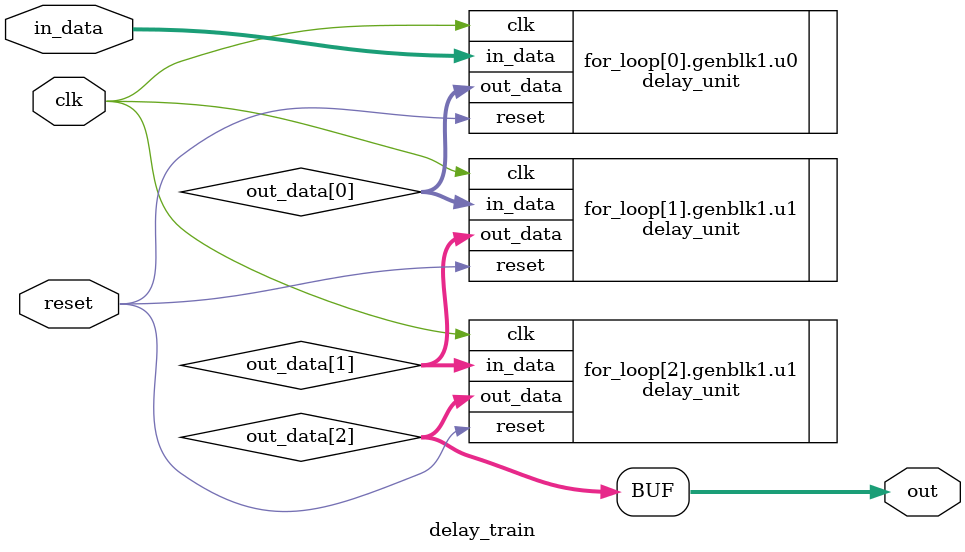
<source format=v>
module delay_train 
#(parameter train_legnth=3 ,WINDOW_SIZE=16)
 (input    [WINDOW_SIZE-1:0]    in_data,
 input      clk,
 input      reset ,
 output   [WINDOW_SIZE-1:0] out
);
    genvar i ;
wire [WINDOW_SIZE-1:0]out_data [0:train_legnth-1];
    generate 
        for(i=0;i<(train_legnth);i=i+1)begin :for_loop
            if(i==0) begin
               delay_unit #(.DATA_WIDTH(WINDOW_SIZE)) u0   (.clk(clk),.reset(reset), .in_data(in_data), .out_data(out_data[i]) );
            end
            else  begin
                delay_unit #(.DATA_WIDTH(WINDOW_SIZE)) u1  (.clk(clk),.reset(reset), .in_data(out_data[i-1]), .out_data(out_data[i]) );
            end
        end
    endgenerate

//assigning 
    assign out=out_data[train_legnth-1];

endmodule
</source>
